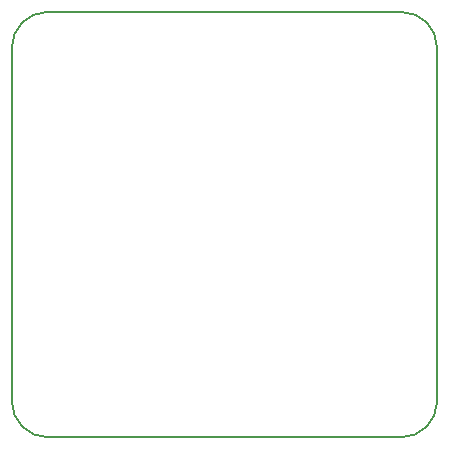
<source format=gbr>
%TF.GenerationSoftware,KiCad,Pcbnew,7.0.9*%
%TF.CreationDate,2023-12-01T13:28:00+08:00*%
%TF.ProjectId,NewSkyF7-Air,4e657753-6b79-4463-972d-4169722e6b69,rev?*%
%TF.SameCoordinates,Original*%
%TF.FileFunction,Profile,NP*%
%FSLAX46Y46*%
G04 Gerber Fmt 4.6, Leading zero omitted, Abs format (unit mm)*
G04 Created by KiCad (PCBNEW 7.0.9) date 2023-12-01 13:28:00*
%MOMM*%
%LPD*%
G01*
G04 APERTURE LIST*
%TA.AperFunction,Profile*%
%ADD10C,0.200000*%
%TD*%
G04 APERTURE END LIST*
D10*
X136798720Y-66108680D02*
G75*
G03*
X133798680Y-63108680I-3000020J-20D01*
G01*
X133798680Y-99108680D02*
G75*
G03*
X136798680Y-96108680I20J2999980D01*
G01*
X103798680Y-63108680D02*
X133798680Y-63108680D01*
X103798680Y-63108680D02*
G75*
G03*
X100798680Y-66108680I20J-3000020D01*
G01*
X103798680Y-99108680D02*
X133798680Y-99108680D01*
X100798720Y-96108680D02*
G75*
G03*
X103798680Y-99108680I2999980J-20D01*
G01*
X136798680Y-96108680D02*
X136798680Y-66108680D01*
X100798680Y-96108680D02*
X100798680Y-66108680D01*
M02*

</source>
